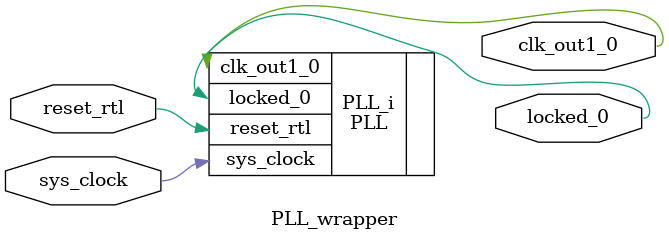
<source format=v>
`timescale 1 ps / 1 ps

module PLL_wrapper
   (clk_out1_0,
    locked_0,
    reset_rtl,
    sys_clock);
  output clk_out1_0;
  output locked_0;
  input reset_rtl;
  input sys_clock;

  wire clk_out1_0;
  wire locked_0;
  wire reset_rtl;
  wire sys_clock;

  PLL PLL_i
       (.clk_out1_0(clk_out1_0),
        .locked_0(locked_0),
        .reset_rtl(reset_rtl),
        .sys_clock(sys_clock));
endmodule

</source>
